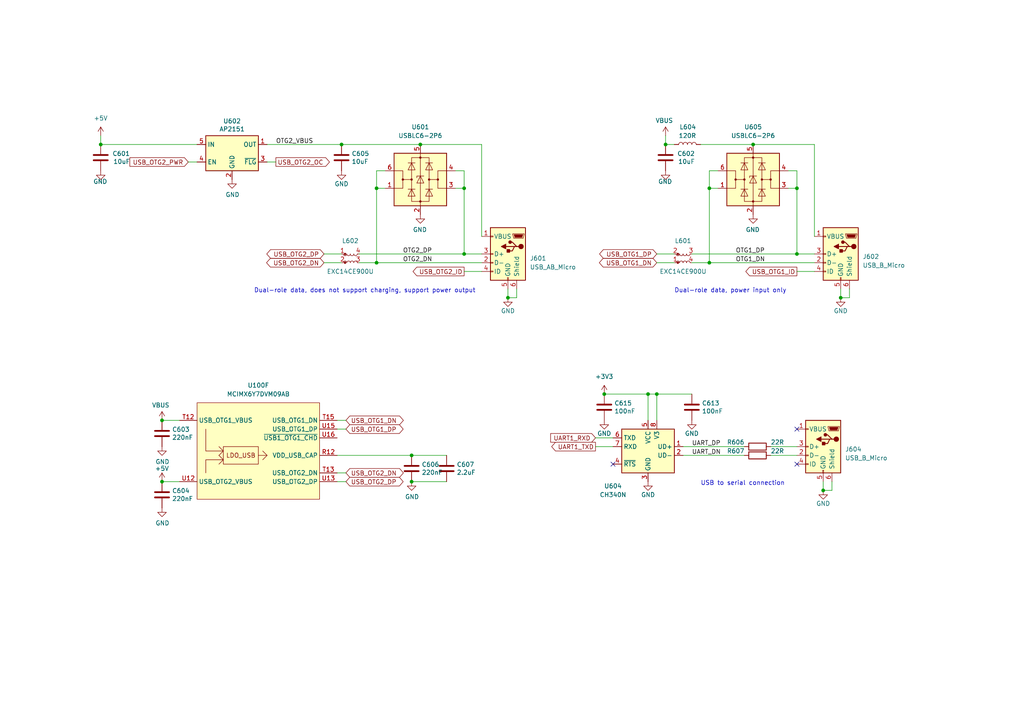
<source format=kicad_sch>
(kicad_sch (version 20210621) (generator eeschema)
  (paper "A4")
  (title_block (title "NekoInk Mainboard") (date "2021-09-28") (rev "R0.2") (company "Copyright 2021 Wenting Zhang") (comment 2 "MERCHANTABILITY, SATISFACTORY QUALITY AND FITNESS FOR A PARTICULAR PURPOSE.") (comment 3 "This source is distributed WITHOUT ANY EXPRESS OR IMPLIED WARRANTY, INCLUDING OF") (comment 4 "This source describes Open Hardware and is licensed under the CERN-OHL-P v2."))
  (lib_symbols
    (symbol "Connector:USB_B_Micro" (pin_names (offset 1.016))
      (property "Reference" "J" (at -5.08 11.43 0))
      (property "Value" "USB_B_Micro" (at -5.08 8.89 0))
      (symbol "USB_B_Micro_1_1"
        (pin power_out line (at 7.62 5.08 180) (length 2.54) (name "VBUS") (number "1"))
        (pin bidirectional line (at 7.62 -2.54 180) (length 2.54) (name "D-") (number "2"))
        (pin bidirectional line (at 7.62 0 180) (length 2.54) (name "D+") (number "3"))
        (pin passive line (at 7.62 -5.08 180) (length 2.54) (name "ID") (number "4"))
        (pin power_out line (at 0 -10.16 90) (length 2.54) (name "GND") (number "5"))
        (pin passive line (at -2.54 -10.16 90) (length 2.54) (name "Shield") (number "6"))
      )
    )
    (symbol "Device:C" (pin_numbers hide) (pin_names (offset 0.254))
      (property "Reference" "C" (at 0.635 2.54 0))
      (property "Value" "C" (at 0.635 -2.54 0))
      (symbol "C_1_1"
        (pin passive line (at 0 3.81 270) (length 2.794) (name "~") (number "1"))
        (pin passive line (at 0 -3.81 90) (length 2.794) (name "~") (number "2"))
      )
    )
    (symbol "Device:L" (pin_numbers hide) (pin_names (offset 1.016) hide)
      (property "Reference" "L" (at -1.27 0 90))
      (property "Value" "L" (at 1.905 0 90))
      (symbol "L_1_1"
        (pin passive line (at 0 3.81 270) (length 1.27) (name "1") (number "1"))
        (pin passive line (at 0 -3.81 90) (length 1.27) (name "2") (number "2"))
      )
    )
    (symbol "Device:L_Coupled_Small_1423" (pin_names (offset 0.254) hide)
      (property "Reference" "L" (at 0 3.175 0))
      (property "Value" "L_Coupled_Small_1423" (at 0 -3.175 0))
      (symbol "L_Coupled_Small_1423_1_1"
        (pin passive line (at -2.54 1.27 0) (length 0.508) (name "1") (number "1"))
        (pin passive line (at -2.54 -1.27 0) (length 0.508) (name "2") (number "2"))
        (pin passive line (at 2.54 -1.27 180) (length 0.508) (name "3") (number "3"))
        (pin passive line (at 2.54 1.27 180) (length 0.508) (name "4") (number "4"))
      )
    )
    (symbol "Device:R" (pin_numbers hide) (pin_names (offset 0))
      (property "Reference" "R" (at 2.032 0 90))
      (property "Value" "R" (at 0 0 90))
      (symbol "R_1_1"
        (pin passive line (at 0 3.81 270) (length 1.27) (name "~") (number "1"))
        (pin passive line (at 0 -3.81 90) (length 1.27) (name "~") (number "2"))
      )
    )
    (symbol "MCIMX6Y7DVM09AB_7"
      (property "Reference" "U" (at 0 0 0))
      (property "Value" "MCIMX6Y7DVM09AB_7" (at 0 -2.54 0))
      (symbol "MCIMX6Y7DVM09AB_7_1_0"
        (text "LDO_1P1" (at 0 -58.42 0) (effects (font (size 1.27 1.27))))
        (text "LDO_2P5" (at 0 -50.8 0) (effects (font (size 1.27 1.27))))
        (text "LDO_ARM_SOC" (at 0 -27.94 0) (effects (font (size 1.27 1.27))))
        (text "LDO_SNVS" (at 0 -66.04 0) (effects (font (size 1.27 1.27))))
      )
      (symbol "MCIMX6Y7DVM09AB_7_1_1"
        (pin power_in line (at -33.02 -73.66 0) (length 5.08) (name "VSS") (number "A1"))
        (pin power_in line (at -33.02 -76.2 0) (length 5.08) (name "VSS") (number "A17"))
        (pin power_in line (at -33.02 -83.82 0) (length 5.08) (name "VSS") (number "C11"))
        (pin power_in line (at -33.02 -86.36 0) (length 5.08) (name "VSS") (number "C15"))
        (pin power_in line (at -33.02 -78.74 0) (length 5.08) (name "VSS") (number "C3"))
        (pin power_in line (at -33.02 -81.28 0) (length 5.08) (name "VSS") (number "C7"))
        (pin power_in line (at -33.02 -91.44 0) (length 5.08) (name "VSS") (number "E11"))
        (pin power_in line (at -33.02 -88.9 0) (length 5.08) (name "VSS") (number "E8"))
        (pin power_in line (at -33.02 -104.14 0) (length 5.08) (name "VSS") (number "F10"))
        (pin power_in line (at -33.02 -106.68 0) (length 5.08) (name "VSS") (number "F11"))
        (pin power_in line (at -33.02 -109.22 0) (length 5.08) (name "VSS") (number "F12"))
        (pin power_in line (at -33.02 -93.98 0) (length 5.08) (name "VSS") (number "F6"))
        (pin power_in line (at -33.02 -96.52 0) (length 5.08) (name "VSS") (number "F7"))
        (pin power_in line (at -33.02 -99.06 0) (length 5.08) (name "VSS") (number "F8"))
        (pin power_in line (at -33.02 -101.6 0) (length 5.08) (name "VSS") (number "F9"))
        (pin power_out line (at 33.02 -12.7 180) (length 5.08) (name "VDD_ARM_CAP") (number "G10"))
        (pin power_out line (at 33.02 -15.24 180) (length 5.08) (name "VDD_ARM_CAP") (number "G11"))
        (pin power_in line (at -33.02 -119.38 0) (length 5.08) (name "VSS") (number "G12"))
        (pin power_in line (at -33.02 -121.92 0) (length 5.08) (name "VSS") (number "G15"))
        (pin power_in line (at -33.02 -111.76 0) (length 5.08) (name "VSS") (number "G3"))
        (pin power_in line (at -33.02 -114.3 0) (length 5.08) (name "VSS") (number "G5"))
        (pin power_in line (at -33.02 -116.84 0) (length 5.08) (name "VSS") (number "G7"))
        (pin power_out line (at 33.02 -22.86 180) (length 5.08) (name "VDD_SOC_CAP") (number "G8"))
        (pin power_out line (at 33.02 -10.16 180) (length 5.08) (name "VDD_ARM_CAP") (number "G9"))
        (pin power_in line (at -33.02 -25.4 0) (length 5.08) (name "VDD_SOC_IN") (number "H10"))
        (pin power_out line (at 33.02 -17.78 180) (length 5.08) (name "VDD_ARM_CAP") (number "H11"))
        (pin power_in line (at -33.02 -127 0) (length 5.08) (name "VSS") (number "H12"))
        (pin power_in line (at -33.02 -124.46 0) (length 5.08) (name "VSS") (number "H7"))
        (pin power_out line (at 33.02 -25.4 180) (length 5.08) (name "VDD_SOC_CAP") (number "H8"))
        (pin power_in line (at -33.02 -22.86 0) (length 5.08) (name "VDD_SOC_IN") (number "H9"))
        (pin power_in line (at -33.02 -30.48 0) (length 5.08) (name "VDD_SOC_IN") (number "J10"))
        (pin power_out line (at 33.02 -30.48 180) (length 5.08) (name "VDD_SOC_CAP") (number "J11"))
        (pin power_out line (at 33.02 -127 180) (length 5.08) (name "VSS") (number "J12"))
        (pin power_in line (at -33.02 -129.54 0) (length 5.08) (name "VSS") (number "J5"))
        (pin power_out line (at 33.02 -129.54 180) (length 5.08) (name "VSS") (number "J7"))
        (pin power_out line (at 33.02 -27.94 180) (length 5.08) (name "VDD_SOC_CAP") (number "J8"))
        (pin power_in line (at -33.02 -27.94 0) (length 5.08) (name "VDD_SOC_IN") (number "J9"))
        (pin power_in line (at -33.02 -35.56 0) (length 5.08) (name "VDD_SOC_IN") (number "K10"))
        (pin power_out line (at 33.02 -35.56 180) (length 5.08) (name "VDD_SOC_CAP") (number "K11"))
        (pin power_out line (at 33.02 -121.92 180) (length 5.08) (name "VSS") (number "K12"))
        (pin power_out line (at 33.02 -124.46 180) (length 5.08) (name "VSS") (number "K7"))
        (pin power_out line (at 33.02 -33.02 180) (length 5.08) (name "VDD_SOC_CAP") (number "K8"))
        (pin power_in line (at -33.02 -33.02 0) (length 5.08) (name "VDD_SOC_IN") (number "K9"))
        (pin power_out line (at 33.02 -43.18 180) (length 5.08) (name "VDD_SOC_CAP") (number "L10"))
        (pin power_out line (at 33.02 -45.72 180) (length 5.08) (name "VDD_SOC_CAP") (number "L11"))
        (pin power_out line (at 33.02 -114.3 180) (length 5.08) (name "VSS") (number "L12"))
        (pin power_out line (at 33.02 -119.38 180) (length 5.08) (name "VSS") (number "L3"))
        (pin power_out line (at 33.02 -116.84 180) (length 5.08) (name "VSS") (number "L7"))
        (pin power_out line (at 33.02 -38.1 180) (length 5.08) (name "VDD_SOC_CAP") (number "L8"))
        (pin power_out line (at 33.02 -40.64 180) (length 5.08) (name "VDD_SOC_CAP") (number "L9"))
        (pin power_out line (at 33.02 -104.14 180) (length 5.08) (name "VSS") (number "M10"))
        (pin power_out line (at 33.02 -101.6 180) (length 5.08) (name "VSS") (number "M11"))
        (pin power_in line (at -33.02 -71.12 0) (length 5.08) (name "NGND_KEL0") (number "M12"))
        (pin power_out line (at 33.02 -111.76 180) (length 5.08) (name "VSS") (number "M7"))
        (pin power_out line (at 33.02 -109.22 180) (length 5.08) (name "VSS") (number "M8"))
        (pin power_out line (at 33.02 -106.68 180) (length 5.08) (name "VSS") (number "M9"))
        (pin power_out line (at 33.02 -66.04 180) (length 5.08) (name "VDD_SNVS_CAP") (number "N12"))
        (pin power_in line (at -33.02 -50.8 0) (length 5.08) (name "VDD_HIGH_IN") (number "N13"))
        (pin power_out line (at 33.02 -99.06 180) (length 5.08) (name "VSS") (number "N3"))
        (pin power_out line (at 33.02 -96.52 180) (length 5.08) (name "VSS") (number "N5"))
        (pin power_in line (at -33.02 -66.04 0) (length 5.08) (name "VDD_SNVS_IN") (number "P12"))
        (pin power_out line (at 33.02 -58.42 180) (length 5.08) (name "NVCC_PLL") (number "P13"))
        (pin power_out line (at 33.02 -86.36 180) (length 5.08) (name "VSS") (number "R11"))
        (pin power_out line (at 33.02 -50.8 180) (length 5.08) (name "VDD_HIGH_CAP") (number "R14"))
        (pin power_out line (at 33.02 -53.34 180) (length 5.08) (name "VDD_HIGH_CAP") (number "R15"))
        (pin power_out line (at 33.02 -83.82 180) (length 5.08) (name "VSS") (number "R16"))
        (pin power_out line (at 33.02 -81.28 180) (length 5.08) (name "VSS") (number "R17"))
        (pin power_out line (at 33.02 -93.98 180) (length 5.08) (name "VSS") (number "R3"))
        (pin power_out line (at 33.02 -91.44 180) (length 5.08) (name "VSS") (number "R5"))
        (pin power_out line (at 33.02 -88.9 180) (length 5.08) (name "VSS") (number "R7"))
        (pin power_out line (at 33.02 -78.74 180) (length 5.08) (name "VSS") (number "T14"))
        (pin power_out line (at 33.02 -76.2 180) (length 5.08) (name "VSS") (number "U1"))
        (pin power_out line (at 33.02 -73.66 180) (length 5.08) (name "VSS") (number "U14"))
        (pin power_out line (at 33.02 -71.12 180) (length 5.08) (name "VSS") (number "U17"))
      )
      (symbol "MCIMX6Y7DVM09AB_7_2_1"
        (text "NVCC_GPIO" (at 7.62 -16.51 900) (effects (font (size 1.27 1.27))))
        (text "NVCC_PLL" (at -10.16 -66.04 900) (effects (font (size 1.27 1.27))))
        (text "NVCC_UART" (at 5.08 -71.12 900) (effects (font (size 1.27 1.27))))
        (text "VDD_SNVS_CAP" (at -5.08 -78.74 900) (effects (font (size 1.27 1.27))))
        (text "VDD_SNVS_IN" (at -2.54 -33.02 900) (effects (font (size 1.27 1.27))))
        (text "VDDHIGH_CAP" (at 7.62 -33.02 900) (effects (font (size 1.27 1.27))))
        (text "VDDHIGH_IN" (at -10.16 -91.44 900) (effects (font (size 1.27 1.27))))
        (pin output line (at 27.94 -91.44 180) (length 5.08) (name "UART5_TX_DATA") (number "F17"))
        (pin input line (at 27.94 -93.98 180) (length 5.08) (name "UART5_RX_DATA") (number "G13"))
        (pin output line (at 27.94 -78.74 180) (length 5.08) (name "~{UART3_RTS}") (number "G14"))
        (pin input line (at 27.94 -86.36 180) (length 5.08) (name "UART4_RX_DATA") (number "G16"))
        (pin output line (at 27.94 -83.82 180) (length 5.08) (name "UART4_TX_DATA") (number "G17"))
        (pin power_in line (at 27.94 -40.64 180) (length 5.08) (name "NVCC_UART") (number "H13"))
        (pin output line (at 27.94 -66.04 180) (length 5.08) (name "~{UART2_RTS}") (number "H14"))
        (pin output line (at 27.94 -76.2 180) (length 5.08) (name "~{UART3_CTS}") (number "H15"))
        (pin input line (at 27.94 -73.66 180) (length 5.08) (name "UART3_RX_DATA") (number "H16"))
        (pin output line (at 27.94 -71.12 180) (length 5.08) (name "UART3_TX_DATA") (number "H17"))
        (pin output line (at 27.94 -53.34 180) (length 5.08) (name "~{UART1_RTS}") (number "J14"))
        (pin output line (at 27.94 -63.5 180) (length 5.08) (name "~{UART1_CTS}") (number "J15"))
        (pin input line (at 27.94 -60.96 180) (length 5.08) (name "UART2_RX_DATA") (number "J16"))
        (pin output line (at 27.94 -58.42 180) (length 5.08) (name "UART2_TX_DATA") (number "J17"))
        (pin output line (at 27.94 -45.72 180) (length 5.08) (name "UART1_TX_DATA") (number "K14"))
        (pin output line (at 27.94 -50.8 180) (length 5.08) (name "~{UART1_CTS}") (number "K15"))
        (pin input line (at 27.94 -48.26 180) (length 5.08) (name "UART1_RX_DATA") (number "K16"))
        (pin input line (at 27.94 -10.16 180) (length 5.08) (name "JTAG_TCK") (number "M14"))
        (pin input line (at -27.94 -45.72 0) (length 5.08) (name "SNVS_TAMPER7") (number "N10"))
        (pin input line (at -27.94 -43.18 0) (length 5.08) (name "SNVS_TAMPER6") (number "N11"))
        (pin input line (at 27.94 -20.32 180) (length 5.08) (name "~{JTAG_TRST}") (number "N14"))
        (pin output line (at 27.94 -17.78 180) (length 5.08) (name "JTAG_TDO") (number "N15"))
        (pin input line (at 27.94 -15.24 180) (length 5.08) (name "JTAG_TDI") (number "N16"))
        (pin input line (at -27.94 -22.86 0) (length 5.08) (name "TEST_MODE") (number "N7"))
        (pin input line (at -27.94 -40.64 0) (length 5.08) (name "SNVS_TAMPER5") (number "N8"))
        (pin input line (at -27.94 -48.26 0) (length 5.08) (name "SNVS_TAMPER8") (number "N9"))
        (pin input line (at -27.94 -35.56 0) (length 5.08) (name "SNVS_TAMPER3") (number "P10"))
        (pin input line (at -27.94 -33.02 0) (length 5.08) (name "SNVS_TAMPER2") (number "P11"))
        (pin input line (at 27.94 -12.7 180) (length 5.08) (name "JTAG_TMS") (number "P14"))
        (pin input line (at 27.94 -22.86 180) (length 5.08) (name "JTAG_MOD") (number "P15"))
        (pin output line (at 27.94 -30.48 180) (length 5.08) (name "CCM_CLK1_N") (number "P16"))
        (pin output line (at 27.94 -33.02 180) (length 5.08) (name "CCM_CLK1_P") (number "P17"))
        (pin input line (at -27.94 -12.7 0) (length 5.08) (name "POR") (number "P8"))
        (pin input line (at -27.94 -38.1 0) (length 5.08) (name "SNVS_TAMPER4") (number "P9"))
        (pin input line (at -27.94 -27.94 0) (length 5.08) (name "SNVS_TAMPER0") (number "R10"))
        (pin input line (at -27.94 -91.44 0) (length 5.08) (name "GPANAIO") (number "R13"))
        (pin input line (at -27.94 -50.8 0) (length 5.08) (name "SNVS_TAMPER9") (number "R6"))
        (pin input line (at -27.94 -10.16 0) (length 5.08) (name "ONOFF") (number "R8"))
        (pin input line (at -27.94 -30.48 0) (length 5.08) (name "SNVS_TAMPER1") (number "R9"))
        (pin input line (at -27.94 -17.78 0) (length 5.08) (name "BOOT_MODE0") (number "T10"))
        (pin input line (at -27.94 -78.74 0) (length 5.08) (name "RTC_XTALI") (number "T11"))
        (pin input line (at -27.94 -66.04 0) (length 5.08) (name "XTALI") (number "T16"))
        (pin output line (at -27.94 -68.58 0) (length 5.08) (name "XTALO") (number "T17"))
        (pin input line (at -27.94 -58.42 0) (length 5.08) (name "SNVS_PMIC_ON_REQ") (number "T9"))
        (pin input line (at -27.94 -20.32 0) (length 5.08) (name "BOOT_MODE1") (number "U10"))
        (pin output line (at -27.94 -81.28 0) (length 5.08) (name "RTC_XTALO") (number "U11"))
        (pin input line (at -27.94 -55.88 0) (length 5.08) (name "CCM_PMIC_STBY_REQ") (number "U9"))
      )
      (symbol "MCIMX6Y7DVM09AB_7_3_1"
        (pin output line (at 20.32 -71.12 180) (length 5.08) (name "DRAM_ODT1") (number "F1"))
        (pin output line (at -20.32 -45.72 0) (length 5.08) (name "DRAM_ADDR14") (number "G1"))
        (pin output line (at -20.32 -25.4 0) (length 5.08) (name "DRAM_ADDR6") (number "G2"))
        (pin output line (at -20.32 -88.9 0) (length 5.08) (name "DRAM_RESET") (number "G4"))
        (pin power_in line (at 20.32 -88.9 180) (length 5.08) (name "NVCC_DRAM") (number "G6"))
        (pin output line (at -20.32 -55.88 0) (length 5.08) (name "DRAM_SDBA1") (number "H1"))
        (pin output line (at -20.32 -12.7 0) (length 5.08) (name "DRAM_ADDR1") (number "H2"))
        (pin output line (at -20.32 -43.18 0) (length 5.08) (name "DRAM_ADDR13") (number "H3"))
        (pin output line (at -20.32 -27.94 0) (length 5.08) (name "DRAM_ADDR7") (number "H4"))
        (pin output line (at -20.32 -66.04 0) (length 5.08) (name "~{DRAM_CS1}") (number "H5"))
        (pin power_in line (at 20.32 -91.44 180) (length 5.08) (name "NVCC_DRAM") (number "H6"))
        (pin output line (at -20.32 -76.2 0) (length 5.08) (name "~{DRAM_SDWE}") (number "J1"))
        (pin output line (at -20.32 -73.66 0) (length 5.08) (name "~{DRAM_CAS}") (number "J2"))
        (pin output line (at 20.32 -78.74 180) (length 5.08) (name "DRAM_SDCKE1") (number "J3"))
        (pin output line (at -20.32 -30.48 0) (length 5.08) (name "DRAM_ADDR8") (number "J4"))
        (pin power_in line (at 20.32 -93.98 180) (length 5.08) (name "NVCC_DRAM") (number "J6"))
        (pin output line (at -20.32 -15.24 0) (length 5.08) (name "DRAM_ADDR2") (number "K1"))
        (pin output line (at -20.32 -58.42 0) (length 5.08) (name "DRAM_SDBA2") (number "K2"))
        (pin output line (at -20.32 -38.1 0) (length 5.08) (name "DRAM_ADDR11") (number "K3"))
        (pin output line (at -20.32 -20.32 0) (length 5.08) (name "DRAM_ADDR4") (number "K4"))
        (pin output line (at -20.32 -48.26 0) (length 5.08) (name "DRAM_ADDR15") (number "K5"))
        (pin power_in line (at 20.32 -96.52 180) (length 5.08) (name "NVCC_DRAM") (number "K6"))
        (pin output line (at -20.32 -22.86 0) (length 5.08) (name "DRAM_ADDR5") (number "L1"))
        (pin output line (at -20.32 -33.02 0) (length 5.08) (name "DRAM_ADDR9") (number "L2"))
        (pin output line (at -20.32 -40.64 0) (length 5.08) (name "DRAM_ADDR12") (number "L4"))
        (pin output line (at -20.32 -10.16 0) (length 5.08) (name "DRAM_ADDR0") (number "L5"))
        (pin power_in line (at 20.32 -99.06 180) (length 5.08) (name "NVCC_DRAM") (number "L6"))
        (pin output line (at -20.32 -53.34 0) (length 5.08) (name "DRAM_SDBA0") (number "M1"))
        (pin output line (at -20.32 -17.78 0) (length 5.08) (name "DRAM_ADDR3") (number "M2"))
        (pin output line (at 20.32 -81.28 180) (length 5.08) (name "DRAM_SDCKE0") (number "M3"))
        (pin output line (at -20.32 -35.56 0) (length 5.08) (name "DRAM_ADDR10") (number "M4"))
        (pin output line (at -20.32 -71.12 0) (length 5.08) (name "~{DRAM_RAS}") (number "M5"))
        (pin power_in line (at 20.32 -101.6 180) (length 5.08) (name "NVCC_DRAM") (number "M6"))
        (pin output line (at 20.32 -73.66 180) (length 5.08) (name "DRAM_ODT0") (number "N1"))
        (pin output line (at -20.32 -63.5 0) (length 5.08) (name "~{DRAM_CS0}") (number "N2"))
        (pin output line (at -20.32 -93.98 0) (length 5.08) (name "DRAM_ZQPAD") (number "N4"))
        (pin power_in line (at -20.32 -99.06 0) (length 5.08) (name "NVCC_DRAM_2P5") (number "N6"))
        (pin output line (at -20.32 -81.28 0) (length 5.08) (name "DRAM_SDCLK0_P") (number "P1"))
        (pin output line (at -20.32 -83.82 0) (length 5.08) (name "DRAM_SDCLK0_N") (number "P2"))
        (pin bidirectional line (at 20.32 -53.34 180) (length 5.08) (name "DRAM_DATA13") (number "P3"))
        (pin power_in line (at -20.32 -101.6 0) (length 5.08) (name "DRAM_VREF") (number "P4"))
        (pin bidirectional line (at 20.32 -50.8 180) (length 5.08) (name "DRAM_DATA12") (number "P5"))
        (pin output line (at 20.32 -30.48 180) (length 5.08) (name "DRAM_SDQS0_P") (number "P6"))
        (pin output line (at 20.32 -33.02 180) (length 5.08) (name "DRAM_SDQS0_N") (number "P7"))
        (pin bidirectional line (at 20.32 -58.42 180) (length 5.08) (name "DRAM_DATA15") (number "R1"))
        (pin bidirectional line (at 20.32 -55.88 180) (length 5.08) (name "DRAM_DATA14") (number "R2"))
        (pin bidirectional line (at 20.32 -48.26 180) (length 5.08) (name "DRAM_DATA11") (number "R4"))
        (pin output line (at 20.32 -60.96 180) (length 5.08) (name "DRAM_SDQS1_P") (number "T1"))
        (pin output line (at 20.32 -63.5 180) (length 5.08) (name "DRAM_SDQS1_N") (number "T2"))
        (pin output line (at 20.32 -66.04 180) (length 5.08) (name "DRAM_DQM1") (number "T3"))
        (pin bidirectional line (at 20.32 -10.16 180) (length 5.08) (name "DRAM_DATA0") (number "T4"))
        (pin bidirectional line (at 20.32 -25.4 180) (length 5.08) (name "DRAM_DATA6") (number "T5"))
        (pin bidirectional line (at 20.32 -15.24 180) (length 5.08) (name "DRAM_DATA2") (number "T6"))
        (pin output line (at 20.32 -35.56 180) (length 5.08) (name "DRAM_DQM0") (number "T7"))
        (pin bidirectional line (at 20.32 -22.86 180) (length 5.08) (name "DRAM_DATA5") (number "T8"))
        (pin bidirectional line (at 20.32 -40.64 180) (length 5.08) (name "DRAM_DATA8") (number "U2"))
        (pin bidirectional line (at 20.32 -43.18 180) (length 5.08) (name "DRAM_DATA9") (number "U3"))
        (pin bidirectional line (at 20.32 -27.94 180) (length 5.08) (name "DRAM_DATA7") (number "U4"))
        (pin bidirectional line (at 20.32 -45.72 180) (length 5.08) (name "DRAM_DATA10") (number "U5"))
        (pin bidirectional line (at 20.32 -12.7 180) (length 5.08) (name "DRAM_DATA1") (number "U6"))
        (pin bidirectional line (at 20.32 -17.78 180) (length 5.08) (name "DRAM_DATA3") (number "U7"))
        (pin bidirectional line (at 20.32 -20.32 180) (length 5.08) (name "DRAM_DATA4") (number "U8"))
      )
      (symbol "MCIMX6Y7DVM09AB_7_4_1"
        (pin bidirectional line (at 20.32 -43.18 180) (length 5.08) (name "LCD_DATA6") (number "A10"))
        (pin bidirectional line (at 20.32 -50.8 180) (length 5.08) (name "LCD_DATA9") (number "A11"))
        (pin bidirectional line (at 20.32 -63.5 180) (length 5.08) (name "LCD_DATA14") (number "A12"))
        (pin bidirectional line (at 20.32 -73.66 180) (length 5.08) (name "LCD_DATA18") (number "A13"))
        (pin bidirectional line (at 20.32 -83.82 180) (length 5.08) (name "LCD_DATA22") (number "A14"))
        (pin bidirectional line (at 20.32 -10.16 180) (length 5.08) (name "LCD_CLK") (number "A8"))
        (pin bidirectional line (at 20.32 -30.48 180) (length 5.08) (name "LCD_DATA1") (number "A9"))
        (pin bidirectional line (at 20.32 -40.64 180) (length 5.08) (name "LCD_DATA5") (number "B10"))
        (pin bidirectional line (at 20.32 -48.26 180) (length 5.08) (name "LCD_DATA8") (number "B11"))
        (pin bidirectional line (at 20.32 -60.96 180) (length 5.08) (name "LCD_DATA13") (number "B12"))
        (pin bidirectional line (at 20.32 -71.12 180) (length 5.08) (name "LCD_DATA17") (number "B13"))
        (pin bidirectional line (at 20.32 -81.28 180) (length 5.08) (name "LCD_DATA21") (number "B14"))
        (pin bidirectional line (at 20.32 -86.36 180) (length 5.08) (name "LCD_DATA23") (number "B16"))
        (pin bidirectional line (at 20.32 -15.24 180) (length 5.08) (name "LCD_ENABLE") (number "B8"))
        (pin bidirectional line (at 20.32 -27.94 180) (length 5.08) (name "LCD_DATA0") (number "B9"))
        (pin bidirectional line (at 20.32 -38.1 180) (length 5.08) (name "LCD_DATA4") (number "C10"))
        (pin bidirectional line (at 20.32 -58.42 180) (length 5.08) (name "LCD_DATA12") (number "C12"))
        (pin bidirectional line (at 20.32 -68.58 180) (length 5.08) (name "LCD_DATA16") (number "C13"))
        (pin bidirectional line (at 20.32 -78.74 180) (length 5.08) (name "LCD_DATA20") (number "C14"))
        (pin bidirectional line (at 20.32 -20.32 180) (length 5.08) (name "LCD_VSYNC") (number "C9"))
        (pin bidirectional line (at 20.32 -35.56 180) (length 5.08) (name "LCD_DATA3") (number "D10"))
        (pin bidirectional line (at 20.32 -45.72 180) (length 5.08) (name "LCD_DATA7") (number "D11"))
        (pin bidirectional line (at 20.32 -55.88 180) (length 5.08) (name "LCD_DATA11") (number "D12"))
        (pin bidirectional line (at 20.32 -66.04 180) (length 5.08) (name "LCD_DATA15") (number "D13"))
        (pin bidirectional line (at 20.32 -76.2 180) (length 5.08) (name "LCD_DATA19") (number "D14"))
        (pin bidirectional line (at 20.32 -17.78 180) (length 5.08) (name "LCD_HSYNC") (number "D9"))
        (pin bidirectional line (at 20.32 -33.02 180) (length 5.08) (name "LCD_DATA2") (number "E10"))
        (pin bidirectional line (at 20.32 -53.34 180) (length 5.08) (name "LCD_DATA10") (number "E12"))
        (pin power_in line (at -20.32 -10.16 0) (length 5.08) (name "NVCC_LCD") (number "E13"))
        (pin bidirectional line (at 20.32 -22.86 180) (length 5.08) (name "LCD_RESET") (number "E9"))
      )
      (symbol "MCIMX6Y7DVM09AB_7_5_1"
        (pin bidirectional line (at 17.78 -43.18 180) (length 5.08) (name "CSI_DATA7") (number "D1"))
        (pin bidirectional line (at 17.78 -40.64 180) (length 5.08) (name "CSI_DATA6") (number "D2"))
        (pin bidirectional line (at 17.78 -38.1 180) (length 5.08) (name "CSI_DATA5") (number "D3"))
        (pin bidirectional line (at 17.78 -35.56 180) (length 5.08) (name "CSI_DATA4") (number "D4"))
        (pin bidirectional line (at 17.78 -33.02 180) (length 5.08) (name "CSI_DATA3") (number "E1"))
        (pin bidirectional line (at 17.78 -30.48 180) (length 5.08) (name "CSI_DATA2") (number "E2"))
        (pin bidirectional line (at 17.78 -27.94 180) (length 5.08) (name "CSI_DATA1") (number "E3"))
        (pin bidirectional line (at 17.78 -25.4 180) (length 5.08) (name "CSI_DATA0") (number "E4"))
        (pin bidirectional line (at 17.78 -12.7 180) (length 5.08) (name "CSI_PIXCLK") (number "E5"))
        (pin bidirectional line (at 17.78 -17.78 180) (length 5.08) (name "CSI_VSYNC") (number "F2"))
        (pin bidirectional line (at 17.78 -20.32 180) (length 5.08) (name "CSI_HSYNC") (number "F3"))
        (pin power_in line (at -17.78 -10.16 0) (length 5.08) (name "NVCC_CSI") (number "F4"))
        (pin bidirectional line (at 17.78 -10.16 180) (length 5.08) (name "CSI_MCLK") (number "F5"))
      )
      (symbol "MCIMX6Y7DVM09AB_7_6_1"
        (text "LDO_USB" (at -5.08 -20.32 0) (effects (font (size 1.27 1.27))))
        (pin bidirectional line (at 22.86 -20.32 180) (length 5.08) (name "VDD_USB_CAP") (number "R12"))
        (pin power_in line (at -22.86 -10.16 0) (length 5.08) (name "USB_OTG1_VBUS") (number "T12"))
        (pin bidirectional line (at 22.86 -25.4 180) (length 5.08) (name "USB_OTG2_DN") (number "T13"))
        (pin bidirectional line (at 22.86 -10.16 180) (length 5.08) (name "USB_OTG1_DN") (number "T15"))
        (pin power_in line (at -22.86 -27.94 0) (length 5.08) (name "USB_OTG2_VBUS") (number "U12"))
        (pin bidirectional line (at 22.86 -27.94 180) (length 5.08) (name "USB_OTG2_DP") (number "U13"))
        (pin bidirectional line (at 22.86 -12.7 180) (length 5.08) (name "USB_OTG1_DP") (number "U15"))
        (pin bidirectional line (at 22.86 -15.24 180) (length 5.08) (name "~{USB1_OTG1_CHD}") (number "U16"))
      )
      (symbol "MCIMX6Y7DVM09AB_7_7_1"
        (pin power_in line (at -17.78 -10.16 0) (length 5.08) (name "VDDA_ADC_3P3") (number "L13"))
        (pin power_in line (at -17.78 -15.24 0) (length 5.08) (name "ADC_VREFH") (number "M13"))
      )
      (symbol "MCIMX6Y7DVM09AB_7_8_1"
        (pin bidirectional line (at 20.32 -33.02 180) (length 5.08) (name "ENET2_TXD0") (number "A15"))
        (pin bidirectional line (at 20.32 -35.56 180) (length 5.08) (name "ENET2_TXD1") (number "A16"))
        (pin bidirectional line (at 20.32 -38.1 180) (length 5.08) (name "ENET2_TX_EN") (number "B15"))
        (pin bidirectional line (at 20.32 -50.8 180) (length 5.08) (name "ENET2_RX_EN") (number "B17"))
        (pin bidirectional line (at 20.32 -45.72 180) (length 5.08) (name "ENET_RX_DATA1") (number "C16"))
        (pin bidirectional line (at 20.32 -43.18 180) (length 5.08) (name "ENET_RX_DATA0") (number "C17"))
        (pin bidirectional line (at 20.32 -25.4 180) (length 5.08) (name "ENET1_RX_ER") (number "D15"))
        (pin bidirectional line (at 20.32 -48.26 180) (length 5.08) (name "ENET2_RX_ER") (number "D16"))
        (pin bidirectional line (at 20.32 -40.64 180) (length 5.08) (name "ENET2_TX_CLK") (number "D17"))
        (pin bidirectional line (at 20.32 -12.7 180) (length 5.08) (name "ENET1_TX_DATA1") (number "E14"))
        (pin bidirectional line (at 20.32 -10.16 180) (length 5.08) (name "ENET1_TX_DATA0") (number "E15"))
        (pin bidirectional line (at 20.32 -27.94 180) (length 5.08) (name "ENET1_RX_EN") (number "E16"))
        (pin bidirectional line (at 20.32 -22.86 180) (length 5.08) (name "ENET1_RX_DATA1") (number "E17"))
        (pin power_in line (at -20.32 -10.16 0) (length 5.08) (name "NVCC_ENET") (number "F13"))
        (pin bidirectional line (at 20.32 -17.78 180) (length 5.08) (name "ENET1_TX_CLK") (number "F14"))
        (pin bidirectional line (at 20.32 -15.24 180) (length 5.08) (name "ENET1_TX_EN") (number "F15"))
        (pin bidirectional line (at 20.32 -20.32 180) (length 5.08) (name "ENET1_RX_DATA0") (number "F16"))
      )
      (symbol "MCIMX6Y7DVM09AB_7_9_1"
        (pin bidirectional line (at 17.78 -25.4 180) (length 5.08) (name "SD1_DATA3") (number "A2"))
        (pin bidirectional line (at 17.78 -22.86 180) (length 5.08) (name "SD1_DATA2") (number "B1"))
        (pin bidirectional line (at 17.78 -20.32 180) (length 5.08) (name "SD1_DATA1") (number "B2"))
        (pin bidirectional line (at 17.78 -17.78 180) (length 5.08) (name "SD1_DATA0") (number "B3"))
        (pin bidirectional line (at 17.78 -10.16 180) (length 5.08) (name "SD1_CLK") (number "C1"))
        (pin bidirectional line (at 17.78 -12.7 180) (length 5.08) (name "SD1_CMD") (number "C2"))
        (pin power_in line (at -17.78 -10.16 0) (length 5.08) (name "NVCC_SD1") (number "C4"))
      )
      (symbol "MCIMX6Y7DVM09AB_7_10_1"
        (pin bidirectional line (at 17.78 -30.48 180) (length 5.08) (name "~{NAND_READY}") (number "A3"))
        (pin bidirectional line (at 17.78 -20.32 180) (length 5.08) (name "NAND_CLE") (number "A4"))
        (pin bidirectional line (at 17.78 -55.88 180) (length 5.08) (name "NAND_DATA7") (number "A5"))
        (pin bidirectional line (at 17.78 -53.34 180) (length 5.08) (name "NAND_DATA6") (number "A6"))
        (pin bidirectional line (at 17.78 -43.18 180) (length 5.08) (name "NAND_DATA2") (number "A7"))
        (pin bidirectional line (at 17.78 -17.78 180) (length 5.08) (name "NAND_ALE") (number "B4"))
        (pin bidirectional line (at 17.78 -12.7 180) (length 5.08) (name "~{NAND_CE1}") (number "B5"))
        (pin bidirectional line (at 17.78 -50.8 180) (length 5.08) (name "NAND_DATA5") (number "B6"))
        (pin bidirectional line (at 17.78 -40.64 180) (length 5.08) (name "NAND_DATA1") (number "B7"))
        (pin bidirectional line (at 17.78 -10.16 180) (length 5.08) (name "~{NAND_CE0}") (number "C5"))
        (pin bidirectional line (at 17.78 -48.26 180) (length 5.08) (name "NAND_DATA4") (number "C6"))
        (pin bidirectional line (at 17.78 -25.4 180) (length 5.08) (name "~{NAND_WE}") (number "C8"))
        (pin bidirectional line (at 17.78 -27.94 180) (length 5.08) (name "~{NAND_WP}") (number "D5"))
        (pin bidirectional line (at 17.78 -45.72 180) (length 5.08) (name "NAND_DATA3") (number "D6"))
        (pin bidirectional line (at 17.78 -38.1 180) (length 5.08) (name "NAND_DATA0") (number "D7"))
        (pin bidirectional line (at 17.78 -22.86 180) (length 5.08) (name "~{NAND_RE}") (number "D8"))
        (pin bidirectional line (at 17.78 -33.02 180) (length 5.08) (name "NAND_DQS") (number "E6"))
        (pin power_in line (at -17.78 -10.16 0) (length 5.08) (name "NVCC_NAND") (number "E7"))
      )
      (symbol "MCIMX6Y7DVM09AB_7_11_1"
        (pin power_in line (at -17.78 -10.16 0) (length 5.08) (name "NVCC_GPIO") (number "J13"))
        (pin bidirectional line (at 17.78 -10.16 180) (length 5.08) (name "GPIO1_IO0") (number "K13"))
        (pin bidirectional line (at 17.78 -25.4 180) (length 5.08) (name "GPIO1_IO6") (number "K17"))
        (pin bidirectional line (at 17.78 -15.24 180) (length 5.08) (name "GPIO1_IO2") (number "L14"))
        (pin bidirectional line (at 17.78 -12.7 180) (length 5.08) (name "GPIO1_IO1") (number "L15"))
        (pin bidirectional line (at 17.78 -27.94 180) (length 5.08) (name "GPIO1_IO7") (number "L16"))
        (pin bidirectional line (at 17.78 -17.78 180) (length 5.08) (name "GPIO1_IO3") (number "L17"))
        (pin bidirectional line (at 17.78 -33.02 180) (length 5.08) (name "GPIO1_IO9") (number "M15"))
        (pin bidirectional line (at 17.78 -20.32 180) (length 5.08) (name "GPIO1_IO4") (number "M16"))
        (pin bidirectional line (at 17.78 -22.86 180) (length 5.08) (name "GPIO1_IO5") (number "M17"))
        (pin bidirectional line (at 17.78 -30.48 180) (length 5.08) (name "GPIO1_IO8") (number "N17"))
      )
    )
    (symbol "Power_Management:AP2171W"
      (property "Reference" "U" (at -7.62 -6.35 0))
      (property "Value" "AP2171W" (at -7.62 6.35 0))
      (symbol "AP2171W_1_1"
        (pin power_out line (at 10.16 2.54 180) (length 2.54) (name "OUT") (number "1"))
        (pin power_in line (at 0 -7.62 90) (length 2.54) (name "GND") (number "2"))
        (pin open_collector line (at 10.16 -2.54 180) (length 2.54) (name "~{FLG}") (number "3"))
        (pin input line (at -10.16 -2.54 0) (length 2.54) (name "EN") (number "4"))
        (pin power_in line (at -10.16 2.54 0) (length 2.54) (name "IN") (number "5"))
      )
    )
    (symbol "Power_Protection:USBLC6-2P6" (pin_names hide)
      (property "Reference" "U" (at 2.54 8.89 0))
      (property "Value" "USBLC6-2P6" (at 2.54 -8.89 0))
      (symbol "USBLC6-2P6_1_1"
        (pin passive line (at -10.16 -2.54 0) (length 2.54) (name "I/O1") (number "1"))
        (pin passive line (at 0 -10.16 90) (length 2.54) (name "GND") (number "2"))
        (pin passive line (at 10.16 -2.54 180) (length 2.54) (name "I/O2") (number "3"))
        (pin passive line (at 10.16 2.54 180) (length 2.54) (name "I/O2") (number "4"))
        (pin passive line (at 0 10.16 270) (length 2.54) (name "VBUS") (number "5"))
        (pin passive line (at -10.16 2.54 0) (length 2.54) (name "I/O1") (number "6"))
      )
    )
    (symbol "power:+3V3" (power) (pin_names (offset 0))
      (property "Value" "+3V3" (at 0 3.556 0))
      (symbol "+3V3_1_1"
        (pin power_in line (at 0 0 90) (length 0) hide (name "+3V3") (number "1"))
      )
    )
    (symbol "power:+5V" (power) (pin_names (offset 0))
      (property "Value" "+5V" (at 0 3.556 0))
      (symbol "+5V_1_1"
        (pin power_in line (at 0 0 90) (length 0) hide (name "+5V") (number "1"))
      )
    )
    (symbol "power:GND" (power) (pin_names (offset 0))
      (property "Value" "GND" (at 0 -3.81 0))
      (symbol "GND_1_1"
        (pin power_in line (at 0 0 270) (length 0) hide (name "GND") (number "1"))
      )
    )
    (symbol "power:VBUS" (power) (pin_names (offset 0))
      (property "Value" "VBUS" (at 0 3.81 0))
      (symbol "VBUS_1_1"
        (pin power_in line (at 0 0 90) (length 0) hide (name "VBUS") (number "1"))
      )
    )
    (symbol "symbols:CH340N"
      (property "Reference" "U" (at -5.08 8.89 0))
      (property "Value" "CH340N" (at 1.27 8.89 0))
      (symbol "CH340N_1_1"
        (pin bidirectional line (at -10.16 2.54 0) (length 2.54) (name "UD+") (number "1"))
        (pin bidirectional line (at -10.16 0 0) (length 2.54) (name "UD-") (number "2"))
        (pin power_in line (at 0 -7.62 90) (length 2.54) (name "GND") (number "3"))
        (pin output line (at 10.16 -2.54 180) (length 2.54) (name "~{RTS}") (number "4"))
        (pin power_in line (at 0 10.16 270) (length 2.54) (name "VCC") (number "5"))
        (pin output line (at 10.16 5.08 180) (length 2.54) (name "TXD") (number "6"))
        (pin input line (at 10.16 2.54 180) (length 2.54) (name "RXD") (number "7"))
        (pin passive line (at -2.54 10.16 270) (length 2.54) (name "V3") (number "8"))
      )
    )
  )
  (junction (at 29.21 41.91) (diameter 0.9144))
  (junction (at 46.99 121.92))
  (junction (at 46.99 139.7) (diameter 0.9144))
  (junction (at 99.06 41.91))
  (junction (at 109.22 54.61) (diameter 0.9144))
  (junction (at 109.22 76.2) (diameter 0.9144))
  (junction (at 119.38 132.08) (diameter 0.9144))
  (junction (at 119.38 139.7) (diameter 0.9144))
  (junction (at 121.92 41.91) (diameter 0.9144))
  (junction (at 134.62 54.61) (diameter 0.9144))
  (junction (at 134.62 73.66) (diameter 0.9144))
  (junction (at 147.32 86.36) (diameter 0.9144))
  (junction (at 175.26 114.3))
  (junction (at 187.96 114.3))
  (junction (at 190.5 114.3))
  (junction (at 193.04 41.91) (diameter 0.9144))
  (junction (at 205.74 54.61) (diameter 0.9144))
  (junction (at 205.74 76.2) (diameter 0.9144))
  (junction (at 218.44 41.91) (diameter 0.9144))
  (junction (at 231.14 54.61) (diameter 0.9144))
  (junction (at 231.14 73.66) (diameter 0.9144))
  (junction (at 238.76 142.24) (diameter 0.9144))
  (junction (at 243.84 86.36) (diameter 0.9144))
  (no_connect (at 177.8 134.62))
  (no_connect (at 231.14 124.46))
  (no_connect (at 231.14 134.62))
  (wire (pts (xy 29.21 39.37) (xy 29.21 41.91)))
  (wire (pts (xy 29.21 41.91) (xy 57.15 41.91)))
  (wire (pts (xy 46.99 121.92) (xy 52.07 121.92)))
  (wire (pts (xy 46.99 139.7) (xy 52.07 139.7)))
  (wire (pts (xy 54.61 46.99) (xy 57.15 46.99)))
  (wire (pts (xy 77.47 41.91) (xy 99.06 41.91)))
  (wire (pts (xy 77.47 46.99) (xy 80.01 46.99)))
  (wire (pts (xy 93.98 73.66) (xy 99.06 73.66)))
  (wire (pts (xy 93.98 76.2) (xy 99.06 76.2)))
  (wire (pts (xy 97.79 121.92) (xy 100.33 121.92)))
  (wire (pts (xy 97.79 124.46) (xy 100.33 124.46)))
  (wire (pts (xy 97.79 132.08) (xy 119.38 132.08)))
  (wire (pts (xy 97.79 137.16) (xy 100.33 137.16)))
  (wire (pts (xy 97.79 139.7) (xy 100.33 139.7)))
  (wire (pts (xy 99.06 41.91) (xy 121.92 41.91)))
  (wire (pts (xy 104.14 73.66) (xy 134.62 73.66)))
  (wire (pts (xy 104.14 76.2) (xy 109.22 76.2)))
  (wire (pts (xy 109.22 49.53) (xy 109.22 54.61)))
  (wire (pts (xy 109.22 54.61) (xy 109.22 76.2)))
  (wire (pts (xy 109.22 76.2) (xy 139.7 76.2)))
  (wire (pts (xy 111.76 49.53) (xy 109.22 49.53)))
  (wire (pts (xy 111.76 54.61) (xy 109.22 54.61)))
  (wire (pts (xy 119.38 132.08) (xy 129.54 132.08)))
  (wire (pts (xy 121.92 41.91) (xy 139.7 41.91)))
  (wire (pts (xy 129.54 139.7) (xy 119.38 139.7)))
  (wire (pts (xy 132.08 49.53) (xy 134.62 49.53)))
  (wire (pts (xy 132.08 54.61) (xy 134.62 54.61)))
  (wire (pts (xy 134.62 49.53) (xy 134.62 54.61)))
  (wire (pts (xy 134.62 54.61) (xy 134.62 73.66)))
  (wire (pts (xy 134.62 73.66) (xy 139.7 73.66)))
  (wire (pts (xy 134.62 78.74) (xy 139.7 78.74)))
  (wire (pts (xy 139.7 41.91) (xy 139.7 68.58)))
  (wire (pts (xy 147.32 83.82) (xy 147.32 86.36)))
  (wire (pts (xy 149.86 83.82) (xy 149.86 86.36)))
  (wire (pts (xy 149.86 86.36) (xy 147.32 86.36)))
  (wire (pts (xy 172.72 127) (xy 177.8 127)))
  (wire (pts (xy 172.72 129.54) (xy 177.8 129.54)))
  (wire (pts (xy 187.96 114.3) (xy 175.26 114.3)))
  (wire (pts (xy 187.96 114.3) (xy 190.5 114.3)))
  (wire (pts (xy 187.96 121.92) (xy 187.96 114.3)))
  (wire (pts (xy 190.5 73.66) (xy 195.58 73.66)))
  (wire (pts (xy 190.5 76.2) (xy 195.58 76.2)))
  (wire (pts (xy 190.5 114.3) (xy 190.5 121.92)))
  (wire (pts (xy 193.04 39.37) (xy 193.04 41.91)))
  (wire (pts (xy 193.04 41.91) (xy 195.58 41.91)))
  (wire (pts (xy 198.12 129.54) (xy 215.9 129.54)))
  (wire (pts (xy 198.12 132.08) (xy 215.9 132.08)))
  (wire (pts (xy 200.66 73.66) (xy 231.14 73.66)))
  (wire (pts (xy 200.66 76.2) (xy 205.74 76.2)))
  (wire (pts (xy 200.66 114.3) (xy 190.5 114.3)))
  (wire (pts (xy 203.2 41.91) (xy 218.44 41.91)))
  (wire (pts (xy 205.74 49.53) (xy 205.74 54.61)))
  (wire (pts (xy 205.74 54.61) (xy 205.74 76.2)))
  (wire (pts (xy 205.74 76.2) (xy 236.22 76.2)))
  (wire (pts (xy 208.28 49.53) (xy 205.74 49.53)))
  (wire (pts (xy 208.28 54.61) (xy 205.74 54.61)))
  (wire (pts (xy 218.44 41.91) (xy 236.22 41.91)))
  (wire (pts (xy 223.52 129.54) (xy 231.14 129.54)))
  (wire (pts (xy 223.52 132.08) (xy 231.14 132.08)))
  (wire (pts (xy 228.6 49.53) (xy 231.14 49.53)))
  (wire (pts (xy 228.6 54.61) (xy 231.14 54.61)))
  (wire (pts (xy 231.14 49.53) (xy 231.14 54.61)))
  (wire (pts (xy 231.14 54.61) (xy 231.14 73.66)))
  (wire (pts (xy 231.14 73.66) (xy 236.22 73.66)))
  (wire (pts (xy 231.14 78.74) (xy 236.22 78.74)))
  (wire (pts (xy 236.22 41.91) (xy 236.22 68.58)))
  (wire (pts (xy 238.76 139.7) (xy 238.76 142.24)))
  (wire (pts (xy 241.3 139.7) (xy 241.3 142.24)))
  (wire (pts (xy 241.3 142.24) (xy 238.76 142.24)))
  (wire (pts (xy 243.84 83.82) (xy 243.84 86.36)))
  (wire (pts (xy 246.38 83.82) (xy 246.38 86.36)))
  (wire (pts (xy 246.38 86.36) (xy 243.84 86.36)))
  (text "Dual-role data, does not support charging, support power output" (at 73.66 85.09 0) (effects (font (size 1.27 1.27)) (justify left bottom)))
  (text "Dual-role data, power input only" (at 195.58 85.09 0) (effects (font (size 1.27 1.27)) (justify left bottom)))
  (text "USB to serial connection" (at 203.2 140.97 0) (effects (font (size 1.27 1.27)) (justify left bottom)))
  (label "OTG2_VBUS" (at 80.01 41.91 0))
  (label "OTG2_DP" (at 116.84 73.66 0))
  (label "OTG2_DN" (at 116.84 76.2 0))
  (label "UART_DP" (at 200.66 129.54 0))
  (label "UART_DN" (at 200.66 132.08 0))
  (label "OTG1_DP" (at 213.36 73.66 0))
  (label "OTG1_DN" (at 213.36 76.2 0))
  (global_label "USB_OTG2_PWR" (shape input) (at 54.61 46.99 180) (property "Intersheet References" "${INTERSHEET_REFS}" (effects hide)))
  (global_label "USB_OTG2_OC" (shape output) (at 80.01 46.99 0) (property "Intersheet References" "${INTERSHEET_REFS}" (effects hide)))
  (global_label "USB_OTG2_DP" (shape bidirectional) (at 93.98 73.66 180) (property "Intersheet References" "${INTERSHEET_REFS}" (effects hide)))
  (global_label "USB_OTG2_DN" (shape bidirectional) (at 93.98 76.2 180) (property "Intersheet References" "${INTERSHEET_REFS}" (effects hide)))
  (global_label "USB_OTG1_DN" (shape bidirectional) (at 100.33 121.92 0) (property "Intersheet References" "${INTERSHEET_REFS}" (effects hide)))
  (global_label "USB_OTG1_DP" (shape bidirectional) (at 100.33 124.46 0) (property "Intersheet References" "${INTERSHEET_REFS}" (effects hide)))
  (global_label "USB_OTG2_DN" (shape bidirectional) (at 100.33 137.16 0) (property "Intersheet References" "${INTERSHEET_REFS}" (effects hide)))
  (global_label "USB_OTG2_DP" (shape bidirectional) (at 100.33 139.7 0) (property "Intersheet References" "${INTERSHEET_REFS}" (effects hide)))
  (global_label "USB_OTG2_ID" (shape output) (at 134.62 78.74 180) (property "Intersheet References" "${INTERSHEET_REFS}" (effects hide)))
  (global_label "UART1_RXD" (shape input) (at 172.72 127 180) (property "Intersheet References" "${INTERSHEET_REFS}" (effects hide)))
  (global_label "UART1_TXD" (shape output) (at 172.72 129.54 180) (property "Intersheet References" "${INTERSHEET_REFS}" (effects hide)))
  (global_label "USB_OTG1_DP" (shape bidirectional) (at 190.5 73.66 180) (property "Intersheet References" "${INTERSHEET_REFS}" (effects hide)))
  (global_label "USB_OTG1_DN" (shape bidirectional) (at 190.5 76.2 180) (property "Intersheet References" "${INTERSHEET_REFS}" (effects hide)))
  (global_label "USB_OTG1_ID" (shape output) (at 231.14 78.74 180) (property "Intersheet References" "${INTERSHEET_REFS}" (effects hide)))
  (symbol (lib_id "power:+5V") (at 29.21 39.37 0) (unit 1)
    (property "Reference" "#PWR0601" (effects hide))
    (property "Value" "+5V" (at 29.21 34.29 0))
  )
  (symbol (lib_id "power:VBUS") (at 46.99 121.92 0) (mirror y) (unit 1)
    (property "Reference" "#PWR0114" (effects hide))
    (property "Value" "VBUS" (at 46.609 117.5258 0))
  )
  (symbol (lib_id "power:+5V") (at 46.99 139.7 0) (unit 1)
    (property "Reference" "#PWR0610" (effects hide))
    (property "Value" "+5V" (at 46.99 135.89 0))
  )
  (symbol (lib_id "power:+3V3") (at 175.26 114.3 0) (unit 1)
    (property "Reference" "#PWR0615" (effects hide))
    (property "Value" "+3V3" (at 175.26 109.22 0))
  )
  (symbol (lib_id "power:VBUS") (at 193.04 39.37 0) (mirror y) (unit 1)
    (property "Reference" "#PWR0606" (effects hide))
    (property "Value" "VBUS" (at 192.659 34.9758 0))
  )
  (symbol (lib_id "power:GND") (at 29.21 49.53 0) (mirror y) (unit 1)
    (property "Reference" "#PWR0602" (effects hide))
    (property "Value" "GND" (at 29.083 52.6542 0))
  )
  (symbol (lib_id "power:GND") (at 46.99 129.54 0) (unit 1)
    (property "Reference" "#PWR0609" (effects hide))
    (property "Value" "GND" (at 47.117 133.9342 0))
  )
  (symbol (lib_id "power:GND") (at 46.99 147.32 0) (unit 1)
    (property "Reference" "#PWR0611" (effects hide))
    (property "Value" "GND" (at 47.117 151.7142 0))
  )
  (symbol (lib_id "power:GND") (at 67.31 52.07 0) (unit 1)
    (property "Reference" "#PWR0612" (effects hide))
    (property "Value" "GND" (at 67.437 56.4642 0))
  )
  (symbol (lib_id "power:GND") (at 99.06 49.53 0) (unit 1)
    (property "Reference" "#PWR0613" (effects hide))
    (property "Value" "GND" (at 99.06 53.34 0))
  )
  (symbol (lib_id "power:GND") (at 119.38 139.7 0) (unit 1)
    (property "Reference" "#PWR0614" (effects hide))
    (property "Value" "GND" (at 119.507 144.0942 0))
  )
  (symbol (lib_id "power:GND") (at 121.92 62.23 0) (mirror y) (unit 1)
    (property "Reference" "#PWR0603" (effects hide))
    (property "Value" "GND" (at 121.793 66.6242 0))
  )
  (symbol (lib_id "power:GND") (at 147.32 86.36 0) (unit 1)
    (property "Reference" "#PWR0604" (effects hide))
    (property "Value" "GND" (at 147.32 90.17 0))
  )
  (symbol (lib_id "power:GND") (at 175.26 121.92 0) (unit 1)
    (property "Reference" "#PWR0616" (effects hide))
    (property "Value" "GND" (at 175.26 125.73 0))
  )
  (symbol (lib_id "power:GND") (at 187.96 139.7 0) (unit 1)
    (property "Reference" "#PWR0617" (effects hide))
    (property "Value" "GND" (at 187.96 143.51 0))
  )
  (symbol (lib_id "power:GND") (at 193.04 49.53 0) (mirror y) (unit 1)
    (property "Reference" "#PWR0607" (effects hide))
    (property "Value" "GND" (at 192.913 52.6542 0))
  )
  (symbol (lib_id "power:GND") (at 200.66 121.92 0) (unit 1)
    (property "Reference" "#PWR0623" (effects hide))
    (property "Value" "GND" (at 200.66 125.73 0))
  )
  (symbol (lib_id "power:GND") (at 218.44 62.23 0) (mirror y) (unit 1)
    (property "Reference" "#PWR0626" (effects hide))
    (property "Value" "GND" (at 218.313 66.6242 0))
  )
  (symbol (lib_id "power:GND") (at 238.76 142.24 0) (unit 1)
    (property "Reference" "#PWR0633" (effects hide))
    (property "Value" "GND" (at 238.76 146.05 0))
  )
  (symbol (lib_id "power:GND") (at 243.84 86.36 0) (unit 1)
    (property "Reference" "#PWR0608" (effects hide))
    (property "Value" "GND" (at 243.84 90.17 0))
  )
  (symbol (lib_id "Device:L") (at 199.39 41.91 90) (unit 1)
    (property "Reference" "L604" (at 201.93 36.83 90) (effects (justify left)))
    (property "Value" "120R" (at 201.93 39.37 90) (effects (justify left)))
    (property "Footprint" "Inductor_SMD:L_0603_1608Metric" (effects hide))
  )
  (symbol (lib_id "Device:L_Coupled_Small_1423") (at 101.6 74.93 0) (unit 1)
    (property "Reference" "L602" (at 101.6 69.85 0))
    (property "Value" "EXC14CE900U" (at 101.6 78.74 0))
    (property "Footprint" "footprints:L_CommonModeChoke_Panasonic_EXC14CE" (effects hide))
  )
  (symbol (lib_id "Device:L_Coupled_Small_1423") (at 198.12 74.93 0) (mirror x) (unit 1)
    (property "Reference" "L601" (at 198.12 69.85 0))
    (property "Value" "EXC14CE900U" (at 198.12 78.74 0))
    (property "Footprint" "footprints:L_CommonModeChoke_Panasonic_EXC14CE" (effects hide))
  )
  (symbol (lib_id "Device:R") (at 219.71 129.54 270) (mirror x) (unit 1)
    (property "Reference" "R606" (at 210.82 128.27 90) (effects (justify left)))
    (property "Value" "22R" (at 223.52 128.27 90) (effects (justify left)))
    (property "Footprint" "Resistor_SMD:R_0402_1005Metric" (effects hide))
  )
  (symbol (lib_id "Device:R") (at 219.71 132.08 270) (mirror x) (unit 1)
    (property "Reference" "R607" (at 210.82 130.81 90) (effects (justify left)))
    (property "Value" "22R" (at 223.52 130.81 90) (effects (justify left)))
    (property "Footprint" "Resistor_SMD:R_0402_1005Metric" (effects hide))
  )
  (symbol (lib_id "Device:C") (at 29.21 45.72 0) (mirror y) (unit 1)
    (property "Reference" "C601" (at 37.719 44.552 0) (effects (justify left)))
    (property "Value" "10uF" (at 37.719 46.863 0) (effects (justify left)))
    (property "Footprint" "Capacitor_SMD:C_0603_1608Metric" (effects hide))
  )
  (symbol (lib_id "Device:C") (at 46.99 125.73 0) (unit 1)
    (property "Reference" "C603" (at 49.911 124.5616 0) (effects (justify left)))
    (property "Value" "220nF" (at 49.911 126.873 0) (effects (justify left)))
    (property "Footprint" "Capacitor_SMD:C_0402_1005Metric" (effects hide))
  )
  (symbol (lib_id "Device:C") (at 46.99 143.51 0) (unit 1)
    (property "Reference" "C604" (at 49.911 142.3416 0) (effects (justify left)))
    (property "Value" "220nF" (at 49.911 144.653 0) (effects (justify left)))
    (property "Footprint" "Capacitor_SMD:C_0402_1005Metric" (effects hide))
  )
  (symbol (lib_id "Device:C") (at 99.06 45.72 0) (unit 1)
    (property "Reference" "C605" (at 101.981 44.5516 0) (effects (justify left)))
    (property "Value" "10uF" (at 101.981 46.863 0) (effects (justify left)))
    (property "Footprint" "Capacitor_SMD:C_0603_1608Metric" (effects hide))
  )
  (symbol (lib_id "Device:C") (at 119.38 135.89 0) (unit 1)
    (property "Reference" "C606" (at 122.301 134.7216 0) (effects (justify left)))
    (property "Value" "220nF" (at 122.301 137.033 0) (effects (justify left)))
    (property "Footprint" "Capacitor_SMD:C_0402_1005Metric" (effects hide))
  )
  (symbol (lib_id "Device:C") (at 129.54 135.89 0) (unit 1)
    (property "Reference" "C607" (at 132.461 134.7216 0) (effects (justify left)))
    (property "Value" "2.2uF" (at 132.461 137.033 0) (effects (justify left)))
    (property "Footprint" "Capacitor_SMD:C_0402_1005Metric" (effects hide))
  )
  (symbol (lib_id "Device:C") (at 175.26 118.11 0) (unit 1)
    (property "Reference" "C615" (at 178.181 116.942 0) (effects (justify left)))
    (property "Value" "100nF" (at 178.181 119.253 0) (effects (justify left)))
    (property "Footprint" "Capacitor_SMD:C_0402_1005Metric" (effects hide))
  )
  (symbol (lib_id "Device:C") (at 193.04 45.72 0) (mirror y) (unit 1)
    (property "Reference" "C602" (at 201.549 44.552 0) (effects (justify left)))
    (property "Value" "10uF" (at 201.549 46.863 0) (effects (justify left)))
    (property "Footprint" "Capacitor_SMD:C_0603_1608Metric" (effects hide))
  )
  (symbol (lib_id "Device:C") (at 200.66 118.11 0) (unit 1)
    (property "Reference" "C613" (at 203.581 116.942 0) (effects (justify left)))
    (property "Value" "100nF" (at 203.581 119.253 0) (effects (justify left)))
    (property "Footprint" "Capacitor_SMD:C_0402_1005Metric" (effects hide))
  )
  (symbol (lib_id "Connector:USB_B_Micro") (at 147.32 73.66 0) (mirror y) (unit 1)
    (property "Reference" "J601" (at 153.67 74.93 0) (effects (justify right)))
    (property "Value" "USB_AB_Micro" (at 153.67 77.47 0) (effects (justify right)))
    (property "Footprint" "Connector_USB:USB_Micro-AB_Molex_47590-0001" (effects hide))
  )
  (symbol (lib_id "Connector:USB_B_Micro") (at 238.76 129.54 0) (mirror y) (unit 1)
    (property "Reference" "J604" (at 245.11 130.3019 0) (effects (justify right)))
    (property "Value" "USB_B_Micro" (at 245.11 132.8419 0) (effects (justify right)))
    (property "Footprint" "Connector_USB:USB_Micro-B_Amphenol_10103594-0001LF_Horizontal" (effects hide))
  )
  (symbol (lib_id "Connector:USB_B_Micro") (at 243.84 73.66 0) (mirror y) (unit 1)
    (property "Reference" "J602" (at 250.19 74.4219 0) (effects (justify right)))
    (property "Value" "USB_B_Micro" (at 250.19 76.9619 0) (effects (justify right)))
    (property "Footprint" "Connector_USB:USB_Micro-B_Amphenol_10103594-0001LF_Horizontal" (effects hide))
  )
  (symbol (lib_id "Power_Management:AP2171W") (at 67.31 44.45 0) (unit 1)
    (property "Reference" "U602" (at 67.31 35.1282 0))
    (property "Value" "AP2151" (at 67.31 37.4396 0))
    (property "Footprint" "Package_TO_SOT_SMD:SOT-23-5" (effects hide))
    (property "Datasheet" "https://www.diodes.com/assets/Datasheets/AP2161.pdf" (effects hide))
  )
  (symbol (lib_id "symbols:CH340N") (at 187.96 132.08 0) (mirror y) (unit 1)
    (property "Reference" "U604" (at 177.8 140.97 0))
    (property "Value" "CH340N" (at 177.8 143.51 0))
    (property "Footprint" "Package_SO:SO-8_3.9x4.9mm_P1.27mm" (effects hide))
    (property "Datasheet" "https://www.mpja.com/download/35227cpdata.pdf" (effects hide))
  )
  (symbol (lib_id "Power_Protection:USBLC6-2P6") (at 121.92 52.07 0) (unit 1)
    (property "Reference" "U601" (at 121.92 36.83 0))
    (property "Value" "USBLC6-2P6" (at 121.92 39.37 0))
    (property "Footprint" "Package_TO_SOT_SMD:SOT-666" (effects hide))
    (property "Datasheet" "https://www.st.com/resource/en/datasheet/usblc6-2.pdf" (effects hide))
  )
  (symbol (lib_id "Power_Protection:USBLC6-2P6") (at 218.44 52.07 0) (unit 1)
    (property "Reference" "U605" (at 218.44 36.83 0))
    (property "Value" "USBLC6-2P6" (at 218.44 39.37 0))
    (property "Footprint" "Package_TO_SOT_SMD:SOT-666" (effects hide))
    (property "Datasheet" "https://www.st.com/resource/en/datasheet/usblc6-2.pdf" (effects hide))
  )
  (symbol (lib_name "MCIMX6Y7DVM09AB_7") (lib_id "symbols:MCIMX6Y7DVM09AB") (at 74.93 111.76 0) (unit 6)
    (property "Reference" "U100" (at 74.93 111.76 0))
    (property "Value" "MCIMX6Y7DVM09AB" (at 74.93 114.3 0))
    (property "Footprint" "footprints:BGA-289_17x17_14.0x14.0mm" (effects hide))
  )
)
</source>
